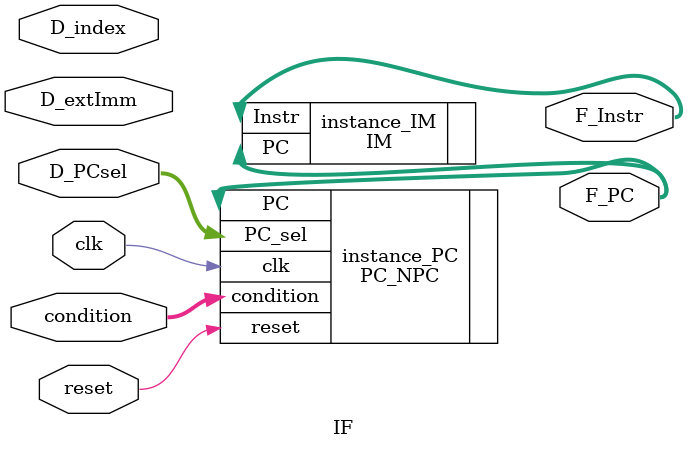
<source format=v>
`timescale 1ns / 1ps
module IF(
    input wire clk,
    input wire reset,
	input wire [3:0] D_PCsel,
	input wire [1:0] condition,
	input wire [31:0] D_extImm,
	input wire [25:0] D_index,
	output wire [31:0] F_PC,
	output wire [31:0] F_Instr
    );
	
	PC_NPC instance_PC (
    .clk(clk), 
    .reset(reset), 
    .PC_sel(D_PCsel), 
	.condition(condition),
    .PC(F_PC)//output
    );
	
	IM instance_IM (
    .PC(F_PC), 								
    .Instr(F_Instr)//output
    );	


endmodule

</source>
